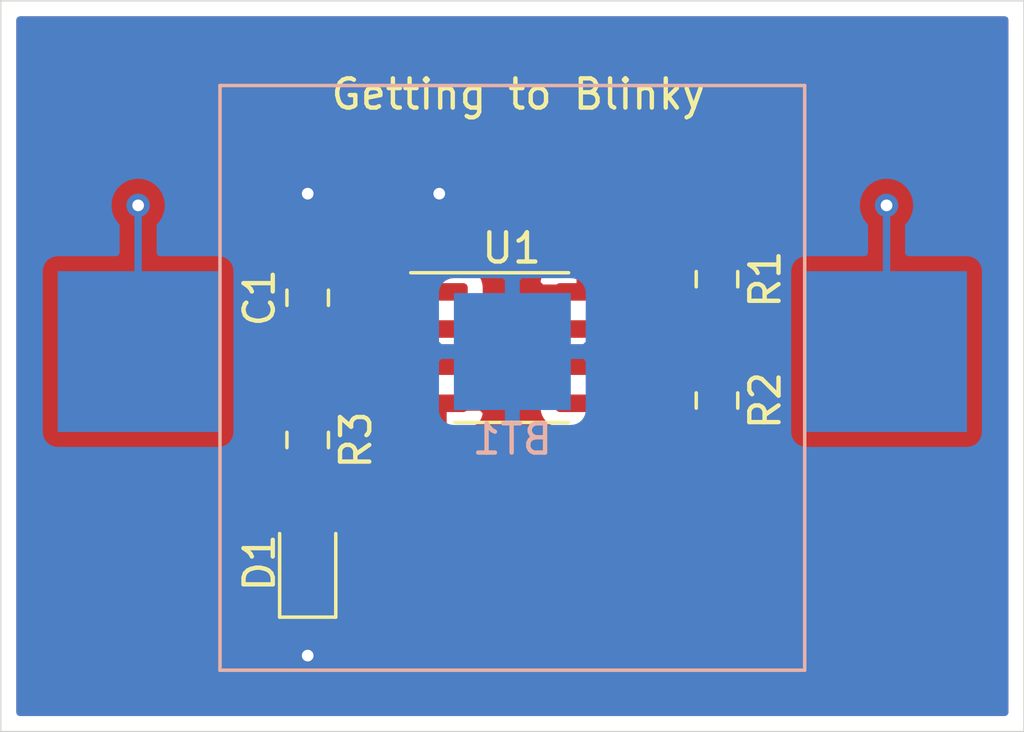
<source format=kicad_pcb>
(kicad_pcb (version 20171130) (host pcbnew "(5.1.6)-1")

  (general
    (thickness 1.6)
    (drawings 5)
    (tracks 29)
    (zones 0)
    (modules 7)
    (nets 8)
  )

  (page A4)
  (layers
    (0 F.Cu signal)
    (31 B.Cu signal)
    (32 B.Adhes user)
    (33 F.Adhes user)
    (34 B.Paste user)
    (35 F.Paste user)
    (36 B.SilkS user)
    (37 F.SilkS user)
    (38 B.Mask user)
    (39 F.Mask user)
    (40 Dwgs.User user)
    (41 Cmts.User user)
    (42 Eco1.User user)
    (43 Eco2.User user)
    (44 Edge.Cuts user)
    (45 Margin user)
    (46 B.CrtYd user)
    (47 F.CrtYd user)
    (48 B.Fab user)
    (49 F.Fab user)
  )

  (setup
    (last_trace_width 0.25)
    (trace_clearance 0.2)
    (zone_clearance 0.508)
    (zone_45_only no)
    (trace_min 0.2)
    (via_size 0.8)
    (via_drill 0.4)
    (via_min_size 0.4)
    (via_min_drill 0.3)
    (uvia_size 0.3)
    (uvia_drill 0.1)
    (uvias_allowed no)
    (uvia_min_size 0.2)
    (uvia_min_drill 0.1)
    (edge_width 0.05)
    (segment_width 0.2)
    (pcb_text_width 0.3)
    (pcb_text_size 1.5 1.5)
    (mod_edge_width 0.12)
    (mod_text_size 1 1)
    (mod_text_width 0.15)
    (pad_size 1.524 1.524)
    (pad_drill 0.762)
    (pad_to_mask_clearance 0.05)
    (aux_axis_origin 0 0)
    (visible_elements FFFFFF7F)
    (pcbplotparams
      (layerselection 0x010fc_ffffffff)
      (usegerberextensions false)
      (usegerberattributes true)
      (usegerberadvancedattributes true)
      (creategerberjobfile true)
      (excludeedgelayer true)
      (linewidth 0.100000)
      (plotframeref false)
      (viasonmask false)
      (mode 1)
      (useauxorigin false)
      (hpglpennumber 1)
      (hpglpenspeed 20)
      (hpglpendiameter 15.000000)
      (psnegative false)
      (psa4output false)
      (plotreference true)
      (plotvalue true)
      (plotinvisibletext false)
      (padsonsilk false)
      (subtractmaskfromsilk false)
      (outputformat 1)
      (mirror false)
      (drillshape 1)
      (scaleselection 1)
      (outputdirectory ""))
  )

  (net 0 "")
  (net 1 "Net-(D1-Pad2)")
  (net 2 "Net-(R3-Pad1)")
  (net 3 "Net-(U1-Pad5)")
  (net 4 /VDD)
  (net 5 /GND)
  (net 6 /THR)
  (net 7 /DIS)

  (net_class Default "This is the default net class."
    (clearance 0.2)
    (trace_width 0.25)
    (via_dia 0.8)
    (via_drill 0.4)
    (uvia_dia 0.3)
    (uvia_drill 0.1)
    (add_net /DIS)
    (add_net /GND)
    (add_net /THR)
    (add_net /VDD)
    (add_net "Net-(D1-Pad2)")
    (add_net "Net-(R3-Pad1)")
    (add_net "Net-(U1-Pad5)")
  )

  (module Package_SO:SOIC-8_3.9x4.9mm_P1.27mm (layer F.Cu) (tedit 5D9F72B1) (tstamp 5F02C78C)
    (at 137.475 106.865)
    (descr "SOIC, 8 Pin (JEDEC MS-012AA, https://www.analog.com/media/en/package-pcb-resources/package/pkg_pdf/soic_narrow-r/r_8.pdf), generated with kicad-footprint-generator ipc_gullwing_generator.py")
    (tags "SOIC SO")
    (path /5F0270B9)
    (attr smd)
    (fp_text reference U1 (at 0 -3.4) (layer F.SilkS)
      (effects (font (size 1 1) (thickness 0.15)))
    )
    (fp_text value ICM7555xB (at 0 3.4) (layer F.Fab)
      (effects (font (size 1 1) (thickness 0.15)))
    )
    (fp_text user %R (at 0 0) (layer F.Fab)
      (effects (font (size 0.98 0.98) (thickness 0.15)))
    )
    (fp_line (start 0 2.56) (end 1.95 2.56) (layer F.SilkS) (width 0.12))
    (fp_line (start 0 2.56) (end -1.95 2.56) (layer F.SilkS) (width 0.12))
    (fp_line (start 0 -2.56) (end 1.95 -2.56) (layer F.SilkS) (width 0.12))
    (fp_line (start 0 -2.56) (end -3.45 -2.56) (layer F.SilkS) (width 0.12))
    (fp_line (start -0.975 -2.45) (end 1.95 -2.45) (layer F.Fab) (width 0.1))
    (fp_line (start 1.95 -2.45) (end 1.95 2.45) (layer F.Fab) (width 0.1))
    (fp_line (start 1.95 2.45) (end -1.95 2.45) (layer F.Fab) (width 0.1))
    (fp_line (start -1.95 2.45) (end -1.95 -1.475) (layer F.Fab) (width 0.1))
    (fp_line (start -1.95 -1.475) (end -0.975 -2.45) (layer F.Fab) (width 0.1))
    (fp_line (start -3.7 -2.7) (end -3.7 2.7) (layer F.CrtYd) (width 0.05))
    (fp_line (start -3.7 2.7) (end 3.7 2.7) (layer F.CrtYd) (width 0.05))
    (fp_line (start 3.7 2.7) (end 3.7 -2.7) (layer F.CrtYd) (width 0.05))
    (fp_line (start 3.7 -2.7) (end -3.7 -2.7) (layer F.CrtYd) (width 0.05))
    (pad 8 smd roundrect (at 2.475 -1.905) (size 1.95 0.6) (layers F.Cu F.Paste F.Mask) (roundrect_rratio 0.25)
      (net 4 /VDD))
    (pad 7 smd roundrect (at 2.475 -0.635) (size 1.95 0.6) (layers F.Cu F.Paste F.Mask) (roundrect_rratio 0.25)
      (net 7 /DIS))
    (pad 6 smd roundrect (at 2.475 0.635) (size 1.95 0.6) (layers F.Cu F.Paste F.Mask) (roundrect_rratio 0.25)
      (net 6 /THR))
    (pad 5 smd roundrect (at 2.475 1.905) (size 1.95 0.6) (layers F.Cu F.Paste F.Mask) (roundrect_rratio 0.25)
      (net 3 "Net-(U1-Pad5)"))
    (pad 4 smd roundrect (at -2.475 1.905) (size 1.95 0.6) (layers F.Cu F.Paste F.Mask) (roundrect_rratio 0.25)
      (net 4 /VDD))
    (pad 3 smd roundrect (at -2.475 0.635) (size 1.95 0.6) (layers F.Cu F.Paste F.Mask) (roundrect_rratio 0.25)
      (net 2 "Net-(R3-Pad1)"))
    (pad 2 smd roundrect (at -2.475 -0.635) (size 1.95 0.6) (layers F.Cu F.Paste F.Mask) (roundrect_rratio 0.25)
      (net 6 /THR))
    (pad 1 smd roundrect (at -2.475 -1.905) (size 1.95 0.6) (layers F.Cu F.Paste F.Mask) (roundrect_rratio 0.25)
      (net 5 /GND))
    (model ${KISYS3DMOD}/Package_SO.3dshapes/SOIC-8_3.9x4.9mm_P1.27mm.wrl
      (at (xyz 0 0 0))
      (scale (xyz 1 1 1))
      (rotate (xyz 0 0 0))
    )
  )

  (module Resistor_SMD:R_0805_2012Metric_Pad1.15x1.40mm_HandSolder (layer F.Cu) (tedit 5B36C52B) (tstamp 5F02C772)
    (at 130.5 110.025 270)
    (descr "Resistor SMD 0805 (2012 Metric), square (rectangular) end terminal, IPC_7351 nominal with elongated pad for handsoldering. (Body size source: https://docs.google.com/spreadsheets/d/1BsfQQcO9C6DZCsRaXUlFlo91Tg2WpOkGARC1WS5S8t0/edit?usp=sharing), generated with kicad-footprint-generator")
    (tags "resistor handsolder")
    (path /5F031486)
    (attr smd)
    (fp_text reference R3 (at 0 -1.65 90) (layer F.SilkS)
      (effects (font (size 1 1) (thickness 0.15)))
    )
    (fp_text value 1K (at 0 1.65 90) (layer F.Fab)
      (effects (font (size 1 1) (thickness 0.15)))
    )
    (fp_text user %R (at 0 0 90) (layer F.Fab)
      (effects (font (size 0.5 0.5) (thickness 0.08)))
    )
    (fp_line (start -1 0.6) (end -1 -0.6) (layer F.Fab) (width 0.1))
    (fp_line (start -1 -0.6) (end 1 -0.6) (layer F.Fab) (width 0.1))
    (fp_line (start 1 -0.6) (end 1 0.6) (layer F.Fab) (width 0.1))
    (fp_line (start 1 0.6) (end -1 0.6) (layer F.Fab) (width 0.1))
    (fp_line (start -0.261252 -0.71) (end 0.261252 -0.71) (layer F.SilkS) (width 0.12))
    (fp_line (start -0.261252 0.71) (end 0.261252 0.71) (layer F.SilkS) (width 0.12))
    (fp_line (start -1.85 0.95) (end -1.85 -0.95) (layer F.CrtYd) (width 0.05))
    (fp_line (start -1.85 -0.95) (end 1.85 -0.95) (layer F.CrtYd) (width 0.05))
    (fp_line (start 1.85 -0.95) (end 1.85 0.95) (layer F.CrtYd) (width 0.05))
    (fp_line (start 1.85 0.95) (end -1.85 0.95) (layer F.CrtYd) (width 0.05))
    (pad 2 smd roundrect (at 1.025 0 270) (size 1.15 1.4) (layers F.Cu F.Paste F.Mask) (roundrect_rratio 0.217391)
      (net 1 "Net-(D1-Pad2)"))
    (pad 1 smd roundrect (at -1.025 0 270) (size 1.15 1.4) (layers F.Cu F.Paste F.Mask) (roundrect_rratio 0.217391)
      (net 2 "Net-(R3-Pad1)"))
    (model ${KISYS3DMOD}/Resistor_SMD.3dshapes/R_0805_2012Metric.wrl
      (at (xyz 0 0 0))
      (scale (xyz 1 1 1))
      (rotate (xyz 0 0 0))
    )
  )

  (module Resistor_SMD:R_0805_2012Metric_Pad1.15x1.40mm_HandSolder (layer F.Cu) (tedit 5B36C52B) (tstamp 5F02C761)
    (at 144.5 108.675 270)
    (descr "Resistor SMD 0805 (2012 Metric), square (rectangular) end terminal, IPC_7351 nominal with elongated pad for handsoldering. (Body size source: https://docs.google.com/spreadsheets/d/1BsfQQcO9C6DZCsRaXUlFlo91Tg2WpOkGARC1WS5S8t0/edit?usp=sharing), generated with kicad-footprint-generator")
    (tags "resistor handsolder")
    (path /5F031116)
    (attr smd)
    (fp_text reference R2 (at 0 -1.65 90) (layer F.SilkS)
      (effects (font (size 1 1) (thickness 0.15)))
    )
    (fp_text value 470K (at 0 1.65 90) (layer F.Fab)
      (effects (font (size 1 1) (thickness 0.15)))
    )
    (fp_text user %R (at 0 0 90) (layer F.Fab)
      (effects (font (size 0.5 0.5) (thickness 0.08)))
    )
    (fp_line (start -1 0.6) (end -1 -0.6) (layer F.Fab) (width 0.1))
    (fp_line (start -1 -0.6) (end 1 -0.6) (layer F.Fab) (width 0.1))
    (fp_line (start 1 -0.6) (end 1 0.6) (layer F.Fab) (width 0.1))
    (fp_line (start 1 0.6) (end -1 0.6) (layer F.Fab) (width 0.1))
    (fp_line (start -0.261252 -0.71) (end 0.261252 -0.71) (layer F.SilkS) (width 0.12))
    (fp_line (start -0.261252 0.71) (end 0.261252 0.71) (layer F.SilkS) (width 0.12))
    (fp_line (start -1.85 0.95) (end -1.85 -0.95) (layer F.CrtYd) (width 0.05))
    (fp_line (start -1.85 -0.95) (end 1.85 -0.95) (layer F.CrtYd) (width 0.05))
    (fp_line (start 1.85 -0.95) (end 1.85 0.95) (layer F.CrtYd) (width 0.05))
    (fp_line (start 1.85 0.95) (end -1.85 0.95) (layer F.CrtYd) (width 0.05))
    (pad 2 smd roundrect (at 1.025 0 270) (size 1.15 1.4) (layers F.Cu F.Paste F.Mask) (roundrect_rratio 0.217391)
      (net 6 /THR))
    (pad 1 smd roundrect (at -1.025 0 270) (size 1.15 1.4) (layers F.Cu F.Paste F.Mask) (roundrect_rratio 0.217391)
      (net 7 /DIS))
    (model ${KISYS3DMOD}/Resistor_SMD.3dshapes/R_0805_2012Metric.wrl
      (at (xyz 0 0 0))
      (scale (xyz 1 1 1))
      (rotate (xyz 0 0 0))
    )
  )

  (module Resistor_SMD:R_0805_2012Metric_Pad1.15x1.40mm_HandSolder (layer F.Cu) (tedit 5B36C52B) (tstamp 5F02C750)
    (at 144.5 104.525 270)
    (descr "Resistor SMD 0805 (2012 Metric), square (rectangular) end terminal, IPC_7351 nominal with elongated pad for handsoldering. (Body size source: https://docs.google.com/spreadsheets/d/1BsfQQcO9C6DZCsRaXUlFlo91Tg2WpOkGARC1WS5S8t0/edit?usp=sharing), generated with kicad-footprint-generator")
    (tags "resistor handsolder")
    (path /5F0303EF)
    (attr smd)
    (fp_text reference R1 (at 0 -1.65 90) (layer F.SilkS)
      (effects (font (size 1 1) (thickness 0.15)))
    )
    (fp_text value 1K (at 0 1.65 90) (layer F.Fab)
      (effects (font (size 1 1) (thickness 0.15)))
    )
    (fp_text user %R (at 0 0 90) (layer F.Fab)
      (effects (font (size 0.5 0.5) (thickness 0.08)))
    )
    (fp_line (start -1 0.6) (end -1 -0.6) (layer F.Fab) (width 0.1))
    (fp_line (start -1 -0.6) (end 1 -0.6) (layer F.Fab) (width 0.1))
    (fp_line (start 1 -0.6) (end 1 0.6) (layer F.Fab) (width 0.1))
    (fp_line (start 1 0.6) (end -1 0.6) (layer F.Fab) (width 0.1))
    (fp_line (start -0.261252 -0.71) (end 0.261252 -0.71) (layer F.SilkS) (width 0.12))
    (fp_line (start -0.261252 0.71) (end 0.261252 0.71) (layer F.SilkS) (width 0.12))
    (fp_line (start -1.85 0.95) (end -1.85 -0.95) (layer F.CrtYd) (width 0.05))
    (fp_line (start -1.85 -0.95) (end 1.85 -0.95) (layer F.CrtYd) (width 0.05))
    (fp_line (start 1.85 -0.95) (end 1.85 0.95) (layer F.CrtYd) (width 0.05))
    (fp_line (start 1.85 0.95) (end -1.85 0.95) (layer F.CrtYd) (width 0.05))
    (pad 2 smd roundrect (at 1.025 0 270) (size 1.15 1.4) (layers F.Cu F.Paste F.Mask) (roundrect_rratio 0.217391)
      (net 7 /DIS))
    (pad 1 smd roundrect (at -1.025 0 270) (size 1.15 1.4) (layers F.Cu F.Paste F.Mask) (roundrect_rratio 0.217391)
      (net 4 /VDD))
    (model ${KISYS3DMOD}/Resistor_SMD.3dshapes/R_0805_2012Metric.wrl
      (at (xyz 0 0 0))
      (scale (xyz 1 1 1))
      (rotate (xyz 0 0 0))
    )
  )

  (module LED_SMD:LED_0805_2012Metric_Pad1.15x1.40mm_HandSolder (layer F.Cu) (tedit 5B4B45C9) (tstamp 5F02C73F)
    (at 130.5 114.225 90)
    (descr "LED SMD 0805 (2012 Metric), square (rectangular) end terminal, IPC_7351 nominal, (Body size source: https://docs.google.com/spreadsheets/d/1BsfQQcO9C6DZCsRaXUlFlo91Tg2WpOkGARC1WS5S8t0/edit?usp=sharing), generated with kicad-footprint-generator")
    (tags "LED handsolder")
    (path /5F03381D)
    (attr smd)
    (fp_text reference D1 (at 0 -1.65 90) (layer F.SilkS)
      (effects (font (size 1 1) (thickness 0.15)))
    )
    (fp_text value LED (at 0 1.65 90) (layer F.Fab)
      (effects (font (size 1 1) (thickness 0.15)))
    )
    (fp_text user %R (at 0 0 90) (layer F.Fab)
      (effects (font (size 0.5 0.5) (thickness 0.08)))
    )
    (fp_line (start 1 -0.6) (end -0.7 -0.6) (layer F.Fab) (width 0.1))
    (fp_line (start -0.7 -0.6) (end -1 -0.3) (layer F.Fab) (width 0.1))
    (fp_line (start -1 -0.3) (end -1 0.6) (layer F.Fab) (width 0.1))
    (fp_line (start -1 0.6) (end 1 0.6) (layer F.Fab) (width 0.1))
    (fp_line (start 1 0.6) (end 1 -0.6) (layer F.Fab) (width 0.1))
    (fp_line (start 1 -0.96) (end -1.86 -0.96) (layer F.SilkS) (width 0.12))
    (fp_line (start -1.86 -0.96) (end -1.86 0.96) (layer F.SilkS) (width 0.12))
    (fp_line (start -1.86 0.96) (end 1 0.96) (layer F.SilkS) (width 0.12))
    (fp_line (start -1.85 0.95) (end -1.85 -0.95) (layer F.CrtYd) (width 0.05))
    (fp_line (start -1.85 -0.95) (end 1.85 -0.95) (layer F.CrtYd) (width 0.05))
    (fp_line (start 1.85 -0.95) (end 1.85 0.95) (layer F.CrtYd) (width 0.05))
    (fp_line (start 1.85 0.95) (end -1.85 0.95) (layer F.CrtYd) (width 0.05))
    (pad 2 smd roundrect (at 1.025 0 90) (size 1.15 1.4) (layers F.Cu F.Paste F.Mask) (roundrect_rratio 0.217391)
      (net 1 "Net-(D1-Pad2)"))
    (pad 1 smd roundrect (at -1.025 0 90) (size 1.15 1.4) (layers F.Cu F.Paste F.Mask) (roundrect_rratio 0.217391)
      (net 5 /GND))
    (model ${KISYS3DMOD}/LED_SMD.3dshapes/LED_0805_2012Metric.wrl
      (at (xyz 0 0 0))
      (scale (xyz 1 1 1))
      (rotate (xyz 0 0 0))
    )
  )

  (module Capacitor_SMD:C_0805_2012Metric_Pad1.15x1.40mm_HandSolder (layer F.Cu) (tedit 5B36C52B) (tstamp 5F02C72C)
    (at 130.5 105.16 90)
    (descr "Capacitor SMD 0805 (2012 Metric), square (rectangular) end terminal, IPC_7351 nominal with elongated pad for handsoldering. (Body size source: https://docs.google.com/spreadsheets/d/1BsfQQcO9C6DZCsRaXUlFlo91Tg2WpOkGARC1WS5S8t0/edit?usp=sharing), generated with kicad-footprint-generator")
    (tags "capacitor handsolder")
    (path /5F031D64)
    (attr smd)
    (fp_text reference C1 (at 0 -1.65 90) (layer F.SilkS)
      (effects (font (size 1 1) (thickness 0.15)))
    )
    (fp_text value 1U (at 0 1.65 90) (layer F.Fab)
      (effects (font (size 1 1) (thickness 0.15)))
    )
    (fp_text user %R (at 0 0 90) (layer F.Fab)
      (effects (font (size 0.5 0.5) (thickness 0.08)))
    )
    (fp_line (start -1 0.6) (end -1 -0.6) (layer F.Fab) (width 0.1))
    (fp_line (start -1 -0.6) (end 1 -0.6) (layer F.Fab) (width 0.1))
    (fp_line (start 1 -0.6) (end 1 0.6) (layer F.Fab) (width 0.1))
    (fp_line (start 1 0.6) (end -1 0.6) (layer F.Fab) (width 0.1))
    (fp_line (start -0.261252 -0.71) (end 0.261252 -0.71) (layer F.SilkS) (width 0.12))
    (fp_line (start -0.261252 0.71) (end 0.261252 0.71) (layer F.SilkS) (width 0.12))
    (fp_line (start -1.85 0.95) (end -1.85 -0.95) (layer F.CrtYd) (width 0.05))
    (fp_line (start -1.85 -0.95) (end 1.85 -0.95) (layer F.CrtYd) (width 0.05))
    (fp_line (start 1.85 -0.95) (end 1.85 0.95) (layer F.CrtYd) (width 0.05))
    (fp_line (start 1.85 0.95) (end -1.85 0.95) (layer F.CrtYd) (width 0.05))
    (pad 2 smd roundrect (at 1.025 0 90) (size 1.15 1.4) (layers F.Cu F.Paste F.Mask) (roundrect_rratio 0.217391)
      (net 5 /GND))
    (pad 1 smd roundrect (at -1.025 0 90) (size 1.15 1.4) (layers F.Cu F.Paste F.Mask) (roundrect_rratio 0.217391)
      (net 6 /THR))
    (model ${KISYS3DMOD}/Capacitor_SMD.3dshapes/C_0805_2012Metric.wrl
      (at (xyz 0 0 0))
      (scale (xyz 1 1 1))
      (rotate (xyz 0 0 0))
    )
  )

  (module electronics-getting-to-blinky:S8211-46R (layer B.Cu) (tedit 5F026FC8) (tstamp 5F02C71B)
    (at 137.5 107)
    (path /5F03267C)
    (fp_text reference BT1 (at 0 3) (layer B.SilkS)
      (effects (font (size 1 1) (thickness 0.15)) (justify mirror))
    )
    (fp_text value CR2032 (at 0 -3) (layer B.Fab)
      (effects (font (size 1 1) (thickness 0.15)) (justify mirror))
    )
    (fp_line (start -10 -9.1) (end 10 -9.1) (layer B.SilkS) (width 0.12))
    (fp_line (start -10 10.9) (end 10 10.9) (layer B.SilkS) (width 0.12))
    (fp_line (start 10 10.9) (end 10 -9.1) (layer B.SilkS) (width 0.12))
    (fp_line (start -10 10.9) (end -10 -9.1) (layer B.SilkS) (width 0.12))
    (pad 1 smd rect (at -12.8 0) (size 5.5 5.5) (layers B.Cu B.Paste B.Mask)
      (net 4 /VDD))
    (pad 2 smd rect (at 0 0) (size 4 4) (layers B.Cu B.Paste B.Mask)
      (net 5 /GND))
    (pad 1 smd rect (at 12.8 0) (size 5.5 5.5) (layers B.Cu B.Paste B.Mask)
      (net 4 /VDD))
  )

  (gr_text "Getting to Blinky" (at 137.7 98.2) (layer F.SilkS)
    (effects (font (size 1 1) (thickness 0.15)))
  )
  (gr_line (start 120 120) (end 120 95) (layer Edge.Cuts) (width 0.05) (tstamp 5F02CBDA))
  (gr_line (start 155 120) (end 120 120) (layer Edge.Cuts) (width 0.05))
  (gr_line (start 155 95) (end 155 120) (layer Edge.Cuts) (width 0.05))
  (gr_line (start 120 95) (end 155 95) (layer Edge.Cuts) (width 0.05))

  (segment (start 130.5 111.05) (end 130.5 114) (width 0.25) (layer F.Cu) (net 1))
  (segment (start 130.5 109) (end 131.5 109) (width 0.25) (layer F.Cu) (net 2))
  (segment (start 133 107.5) (end 135 107.5) (width 0.25) (layer F.Cu) (net 2))
  (segment (start 131.5 109) (end 133 107.5) (width 0.25) (layer F.Cu) (net 2))
  (segment (start 144.5 103.5) (end 143.2 103.5) (width 0.25) (layer F.Cu) (net 4))
  (segment (start 141.74 104.96) (end 139.95 104.96) (width 0.25) (layer F.Cu) (net 4))
  (segment (start 143.2 103.5) (end 141.74 104.96) (width 0.25) (layer F.Cu) (net 4))
  (via (at 150.3 102) (size 0.8) (drill 0.4) (layers F.Cu B.Cu) (net 4))
  (segment (start 150.3 107) (end 150.3 102) (width 0.25) (layer B.Cu) (net 4))
  (via (at 124.7 102) (size 0.8) (drill 0.4) (layers F.Cu B.Cu) (net 4))
  (segment (start 124.7 107) (end 124.7 102) (width 0.25) (layer B.Cu) (net 4))
  (via (at 130.5 101.6) (size 0.8) (drill 0.4) (layers F.Cu B.Cu) (net 5))
  (segment (start 130.5 104.135) (end 130.5 101.6) (width 0.25) (layer F.Cu) (net 5))
  (via (at 130.5 117.4) (size 0.8) (drill 0.4) (layers F.Cu B.Cu) (net 5))
  (segment (start 130.5 115.25) (end 130.5 117.4) (width 0.25) (layer F.Cu) (net 5))
  (via (at 135 101.6) (size 0.8) (drill 0.4) (layers F.Cu B.Cu) (net 5))
  (segment (start 135 104.96) (end 135 101.6) (width 0.25) (layer F.Cu) (net 5))
  (segment (start 134.955 106.185) (end 135 106.23) (width 0.25) (layer F.Cu) (net 6))
  (segment (start 130.5 106.185) (end 134.955 106.185) (width 0.25) (layer F.Cu) (net 6))
  (segment (start 141.3 107.5) (end 139.95 107.5) (width 0.25) (layer F.Cu) (net 6))
  (segment (start 144.5 109.7) (end 143.7 109.7) (width 0.25) (layer F.Cu) (net 6))
  (segment (start 143.7 109.7) (end 141.3 107.5) (width 0.25) (layer F.Cu) (net 6))
  (segment (start 139.95 107.5) (end 138.2 107.5) (width 0.25) (layer F.Cu) (net 6))
  (segment (start 136.93 106.23) (end 135 106.23) (width 0.25) (layer F.Cu) (net 6))
  (segment (start 138.2 107.5) (end 136.93 106.23) (width 0.25) (layer F.Cu) (net 6))
  (segment (start 144.5 105.55) (end 144.5 108.5) (width 0.25) (layer F.Cu) (net 7))
  (segment (start 144.5 105.55) (end 142.85 105.55) (width 0.25) (layer F.Cu) (net 7))
  (segment (start 142.17 106.23) (end 139.95 106.23) (width 0.25) (layer F.Cu) (net 7))
  (segment (start 142.85 105.55) (end 142.17 106.23) (width 0.25) (layer F.Cu) (net 7))

  (zone (net 5) (net_name /GND) (layer B.Cu) (tstamp 0) (hatch edge 0.508)
    (connect_pads (clearance 0.508))
    (min_thickness 0.254)
    (fill yes (arc_segments 32) (thermal_gap 0.508) (thermal_bridge_width 0.508))
    (polygon
      (pts
        (xy 155 120) (xy 120 120) (xy 120 95) (xy 155 95)
      )
    )
    (filled_polygon
      (pts
        (xy 154.340001 119.34) (xy 120.66 119.34) (xy 120.66 104.25) (xy 121.311928 104.25) (xy 121.311928 109.75)
        (xy 121.324188 109.874482) (xy 121.360498 109.99418) (xy 121.419463 110.104494) (xy 121.498815 110.201185) (xy 121.595506 110.280537)
        (xy 121.70582 110.339502) (xy 121.825518 110.375812) (xy 121.95 110.388072) (xy 127.45 110.388072) (xy 127.574482 110.375812)
        (xy 127.69418 110.339502) (xy 127.804494 110.280537) (xy 127.901185 110.201185) (xy 127.980537 110.104494) (xy 128.039502 109.99418)
        (xy 128.075812 109.874482) (xy 128.088072 109.75) (xy 128.088072 109) (xy 134.861928 109) (xy 134.874188 109.124482)
        (xy 134.910498 109.24418) (xy 134.969463 109.354494) (xy 135.048815 109.451185) (xy 135.145506 109.530537) (xy 135.25582 109.589502)
        (xy 135.375518 109.625812) (xy 135.5 109.638072) (xy 137.21425 109.635) (xy 137.373 109.47625) (xy 137.373 107.127)
        (xy 137.627 107.127) (xy 137.627 109.47625) (xy 137.78575 109.635) (xy 139.5 109.638072) (xy 139.624482 109.625812)
        (xy 139.74418 109.589502) (xy 139.854494 109.530537) (xy 139.951185 109.451185) (xy 140.030537 109.354494) (xy 140.089502 109.24418)
        (xy 140.125812 109.124482) (xy 140.138072 109) (xy 140.135 107.28575) (xy 139.97625 107.127) (xy 137.627 107.127)
        (xy 137.373 107.127) (xy 135.02375 107.127) (xy 134.865 107.28575) (xy 134.861928 109) (xy 128.088072 109)
        (xy 128.088072 105) (xy 134.861928 105) (xy 134.865 106.71425) (xy 135.02375 106.873) (xy 137.373 106.873)
        (xy 137.373 104.52375) (xy 137.627 104.52375) (xy 137.627 106.873) (xy 139.97625 106.873) (xy 140.135 106.71425)
        (xy 140.138072 105) (xy 140.125812 104.875518) (xy 140.089502 104.75582) (xy 140.030537 104.645506) (xy 139.951185 104.548815)
        (xy 139.854494 104.469463) (xy 139.74418 104.410498) (xy 139.624482 104.374188) (xy 139.5 104.361928) (xy 137.78575 104.365)
        (xy 137.627 104.52375) (xy 137.373 104.52375) (xy 137.21425 104.365) (xy 135.5 104.361928) (xy 135.375518 104.374188)
        (xy 135.25582 104.410498) (xy 135.145506 104.469463) (xy 135.048815 104.548815) (xy 134.969463 104.645506) (xy 134.910498 104.75582)
        (xy 134.874188 104.875518) (xy 134.861928 105) (xy 128.088072 105) (xy 128.088072 104.25) (xy 146.911928 104.25)
        (xy 146.911928 109.75) (xy 146.924188 109.874482) (xy 146.960498 109.99418) (xy 147.019463 110.104494) (xy 147.098815 110.201185)
        (xy 147.195506 110.280537) (xy 147.30582 110.339502) (xy 147.425518 110.375812) (xy 147.55 110.388072) (xy 153.05 110.388072)
        (xy 153.174482 110.375812) (xy 153.29418 110.339502) (xy 153.404494 110.280537) (xy 153.501185 110.201185) (xy 153.580537 110.104494)
        (xy 153.639502 109.99418) (xy 153.675812 109.874482) (xy 153.688072 109.75) (xy 153.688072 104.25) (xy 153.675812 104.125518)
        (xy 153.639502 104.00582) (xy 153.580537 103.895506) (xy 153.501185 103.798815) (xy 153.404494 103.719463) (xy 153.29418 103.660498)
        (xy 153.174482 103.624188) (xy 153.05 103.611928) (xy 151.06 103.611928) (xy 151.06 102.703711) (xy 151.103937 102.659774)
        (xy 151.217205 102.490256) (xy 151.295226 102.301898) (xy 151.335 102.101939) (xy 151.335 101.898061) (xy 151.295226 101.698102)
        (xy 151.217205 101.509744) (xy 151.103937 101.340226) (xy 150.959774 101.196063) (xy 150.790256 101.082795) (xy 150.601898 101.004774)
        (xy 150.401939 100.965) (xy 150.198061 100.965) (xy 149.998102 101.004774) (xy 149.809744 101.082795) (xy 149.640226 101.196063)
        (xy 149.496063 101.340226) (xy 149.382795 101.509744) (xy 149.304774 101.698102) (xy 149.265 101.898061) (xy 149.265 102.101939)
        (xy 149.304774 102.301898) (xy 149.382795 102.490256) (xy 149.496063 102.659774) (xy 149.540001 102.703712) (xy 149.540001 103.611928)
        (xy 147.55 103.611928) (xy 147.425518 103.624188) (xy 147.30582 103.660498) (xy 147.195506 103.719463) (xy 147.098815 103.798815)
        (xy 147.019463 103.895506) (xy 146.960498 104.00582) (xy 146.924188 104.125518) (xy 146.911928 104.25) (xy 128.088072 104.25)
        (xy 128.075812 104.125518) (xy 128.039502 104.00582) (xy 127.980537 103.895506) (xy 127.901185 103.798815) (xy 127.804494 103.719463)
        (xy 127.69418 103.660498) (xy 127.574482 103.624188) (xy 127.45 103.611928) (xy 125.46 103.611928) (xy 125.46 102.703711)
        (xy 125.503937 102.659774) (xy 125.617205 102.490256) (xy 125.695226 102.301898) (xy 125.735 102.101939) (xy 125.735 101.898061)
        (xy 125.695226 101.698102) (xy 125.617205 101.509744) (xy 125.503937 101.340226) (xy 125.359774 101.196063) (xy 125.190256 101.082795)
        (xy 125.001898 101.004774) (xy 124.801939 100.965) (xy 124.598061 100.965) (xy 124.398102 101.004774) (xy 124.209744 101.082795)
        (xy 124.040226 101.196063) (xy 123.896063 101.340226) (xy 123.782795 101.509744) (xy 123.704774 101.698102) (xy 123.665 101.898061)
        (xy 123.665 102.101939) (xy 123.704774 102.301898) (xy 123.782795 102.490256) (xy 123.896063 102.659774) (xy 123.940001 102.703712)
        (xy 123.940001 103.611928) (xy 121.95 103.611928) (xy 121.825518 103.624188) (xy 121.70582 103.660498) (xy 121.595506 103.719463)
        (xy 121.498815 103.798815) (xy 121.419463 103.895506) (xy 121.360498 104.00582) (xy 121.324188 104.125518) (xy 121.311928 104.25)
        (xy 120.66 104.25) (xy 120.66 95.66) (xy 154.34 95.66)
      )
    )
  )
  (zone (net 4) (net_name /VDD) (layer F.Cu) (tstamp 0) (hatch edge 0.508)
    (connect_pads (clearance 0.508))
    (min_thickness 0.254)
    (fill yes (arc_segments 32) (thermal_gap 0.508) (thermal_bridge_width 0.508))
    (polygon
      (pts
        (xy 155 120) (xy 120 120) (xy 120 95) (xy 155 95)
      )
    )
    (filled_polygon
      (pts
        (xy 154.340001 119.34) (xy 120.66 119.34) (xy 120.66 103.809999) (xy 129.161928 103.809999) (xy 129.161928 104.460001)
        (xy 129.178992 104.633255) (xy 129.229528 104.799851) (xy 129.311595 104.953387) (xy 129.422038 105.087962) (xy 129.509816 105.16)
        (xy 129.422038 105.232038) (xy 129.311595 105.366613) (xy 129.229528 105.520149) (xy 129.178992 105.686745) (xy 129.161928 105.859999)
        (xy 129.161928 106.510001) (xy 129.178992 106.683255) (xy 129.229528 106.849851) (xy 129.311595 107.003387) (xy 129.422038 107.137962)
        (xy 129.556613 107.248405) (xy 129.710149 107.330472) (xy 129.876745 107.381008) (xy 130.049999 107.398072) (xy 130.950001 107.398072)
        (xy 131.123255 107.381008) (xy 131.289851 107.330472) (xy 131.443387 107.248405) (xy 131.577962 107.137962) (xy 131.688405 107.003387)
        (xy 131.719614 106.945) (xy 132.478275 106.945) (xy 132.459999 106.959999) (xy 132.436201 106.988997) (xy 131.468222 107.956977)
        (xy 131.443387 107.936595) (xy 131.289851 107.854528) (xy 131.123255 107.803992) (xy 130.950001 107.786928) (xy 130.049999 107.786928)
        (xy 129.876745 107.803992) (xy 129.710149 107.854528) (xy 129.556613 107.936595) (xy 129.422038 108.047038) (xy 129.311595 108.181613)
        (xy 129.229528 108.335149) (xy 129.178992 108.501745) (xy 129.161928 108.674999) (xy 129.161928 109.325001) (xy 129.178992 109.498255)
        (xy 129.229528 109.664851) (xy 129.311595 109.818387) (xy 129.422038 109.952962) (xy 129.509816 110.025) (xy 129.422038 110.097038)
        (xy 129.311595 110.231613) (xy 129.229528 110.385149) (xy 129.178992 110.551745) (xy 129.161928 110.724999) (xy 129.161928 111.375001)
        (xy 129.178992 111.548255) (xy 129.229528 111.714851) (xy 129.311595 111.868387) (xy 129.422038 112.002962) (xy 129.556613 112.113405)
        (xy 129.578306 112.125) (xy 129.556613 112.136595) (xy 129.422038 112.247038) (xy 129.311595 112.381613) (xy 129.229528 112.535149)
        (xy 129.178992 112.701745) (xy 129.161928 112.874999) (xy 129.161928 113.525001) (xy 129.178992 113.698255) (xy 129.229528 113.864851)
        (xy 129.311595 114.018387) (xy 129.422038 114.152962) (xy 129.509816 114.225) (xy 129.422038 114.297038) (xy 129.311595 114.431613)
        (xy 129.229528 114.585149) (xy 129.178992 114.751745) (xy 129.161928 114.924999) (xy 129.161928 115.575001) (xy 129.178992 115.748255)
        (xy 129.229528 115.914851) (xy 129.311595 116.068387) (xy 129.422038 116.202962) (xy 129.556613 116.313405) (xy 129.710149 116.395472)
        (xy 129.740001 116.404527) (xy 129.740001 116.696288) (xy 129.696063 116.740226) (xy 129.582795 116.909744) (xy 129.504774 117.098102)
        (xy 129.465 117.298061) (xy 129.465 117.501939) (xy 129.504774 117.701898) (xy 129.582795 117.890256) (xy 129.696063 118.059774)
        (xy 129.840226 118.203937) (xy 130.009744 118.317205) (xy 130.198102 118.395226) (xy 130.398061 118.435) (xy 130.601939 118.435)
        (xy 130.801898 118.395226) (xy 130.990256 118.317205) (xy 131.159774 118.203937) (xy 131.303937 118.059774) (xy 131.417205 117.890256)
        (xy 131.495226 117.701898) (xy 131.535 117.501939) (xy 131.535 117.298061) (xy 131.495226 117.098102) (xy 131.417205 116.909744)
        (xy 131.303937 116.740226) (xy 131.26 116.696289) (xy 131.26 116.404527) (xy 131.289851 116.395472) (xy 131.443387 116.313405)
        (xy 131.577962 116.202962) (xy 131.688405 116.068387) (xy 131.770472 115.914851) (xy 131.821008 115.748255) (xy 131.838072 115.575001)
        (xy 131.838072 114.924999) (xy 131.821008 114.751745) (xy 131.770472 114.585149) (xy 131.688405 114.431613) (xy 131.577962 114.297038)
        (xy 131.490184 114.225) (xy 131.577962 114.152962) (xy 131.688405 114.018387) (xy 131.770472 113.864851) (xy 131.821008 113.698255)
        (xy 131.838072 113.525001) (xy 131.838072 112.874999) (xy 131.821008 112.701745) (xy 131.770472 112.535149) (xy 131.688405 112.381613)
        (xy 131.577962 112.247038) (xy 131.443387 112.136595) (xy 131.421694 112.125) (xy 131.443387 112.113405) (xy 131.577962 112.002962)
        (xy 131.688405 111.868387) (xy 131.770472 111.714851) (xy 131.821008 111.548255) (xy 131.838072 111.375001) (xy 131.838072 110.724999)
        (xy 131.821008 110.551745) (xy 131.770472 110.385149) (xy 131.688405 110.231613) (xy 131.577962 110.097038) (xy 131.490184 110.025)
        (xy 131.577962 109.952962) (xy 131.688405 109.818387) (xy 131.740297 109.721305) (xy 131.792247 109.705546) (xy 131.924276 109.634974)
        (xy 132.040001 109.540001) (xy 132.063804 109.510997) (xy 132.504801 109.07) (xy 133.386928 109.07) (xy 133.399188 109.194482)
        (xy 133.435498 109.31418) (xy 133.494463 109.424494) (xy 133.573815 109.521185) (xy 133.670506 109.600537) (xy 133.78082 109.659502)
        (xy 133.900518 109.695812) (xy 134.025 109.708072) (xy 134.71425 109.705) (xy 134.873 109.54625) (xy 134.873 108.897)
        (xy 135.127 108.897) (xy 135.127 109.54625) (xy 135.28575 109.705) (xy 135.975 109.708072) (xy 136.099482 109.695812)
        (xy 136.21918 109.659502) (xy 136.329494 109.600537) (xy 136.426185 109.521185) (xy 136.505537 109.424494) (xy 136.564502 109.31418)
        (xy 136.600812 109.194482) (xy 136.613072 109.07) (xy 136.61 109.05575) (xy 136.45125 108.897) (xy 135.127 108.897)
        (xy 134.873 108.897) (xy 133.54875 108.897) (xy 133.39 109.05575) (xy 133.386928 109.07) (xy 132.504801 109.07)
        (xy 133.314802 108.26) (xy 133.42513 108.26) (xy 133.399188 108.345518) (xy 133.386928 108.47) (xy 133.39 108.48425)
        (xy 133.54875 108.643) (xy 134.873 108.643) (xy 134.873 108.623) (xy 135.127 108.623) (xy 135.127 108.643)
        (xy 136.45125 108.643) (xy 136.61 108.48425) (xy 136.613072 108.47) (xy 136.600812 108.345518) (xy 136.564502 108.22582)
        (xy 136.505537 108.115506) (xy 136.48127 108.085936) (xy 136.553084 107.951582) (xy 136.597929 107.803745) (xy 136.613072 107.65)
        (xy 136.613072 107.35) (xy 136.597929 107.196255) (xy 136.553084 107.048418) (xy 136.521859 106.99) (xy 136.615199 106.99)
        (xy 137.636201 108.011003) (xy 137.659999 108.040001) (xy 137.775724 108.134974) (xy 137.907753 108.205546) (xy 138.051014 108.249003)
        (xy 138.162667 108.26) (xy 138.162676 108.26) (xy 138.199999 108.263676) (xy 138.237322 108.26) (xy 138.428141 108.26)
        (xy 138.396916 108.318418) (xy 138.352071 108.466255) (xy 138.336928 108.62) (xy 138.336928 108.92) (xy 138.352071 109.073745)
        (xy 138.396916 109.221582) (xy 138.469742 109.357829) (xy 138.567749 109.477251) (xy 138.687171 109.575258) (xy 138.823418 109.648084)
        (xy 138.971255 109.692929) (xy 139.125 109.708072) (xy 140.775 109.708072) (xy 140.928745 109.692929) (xy 141.076582 109.648084)
        (xy 141.212829 109.575258) (xy 141.332251 109.477251) (xy 141.430258 109.357829) (xy 141.503084 109.221582) (xy 141.547929 109.073745)
        (xy 141.563072 108.92) (xy 141.563072 108.77214) (xy 143.146712 110.223811) (xy 143.159999 110.240001) (xy 143.20178 110.27429)
        (xy 143.202163 110.274641) (xy 143.229528 110.364851) (xy 143.311595 110.518387) (xy 143.422038 110.652962) (xy 143.556613 110.763405)
        (xy 143.710149 110.845472) (xy 143.876745 110.896008) (xy 144.049999 110.913072) (xy 144.950001 110.913072) (xy 145.123255 110.896008)
        (xy 145.289851 110.845472) (xy 145.443387 110.763405) (xy 145.577962 110.652962) (xy 145.688405 110.518387) (xy 145.770472 110.364851)
        (xy 145.821008 110.198255) (xy 145.838072 110.025001) (xy 145.838072 109.374999) (xy 145.821008 109.201745) (xy 145.770472 109.035149)
        (xy 145.688405 108.881613) (xy 145.577962 108.747038) (xy 145.490184 108.675) (xy 145.577962 108.602962) (xy 145.688405 108.468387)
        (xy 145.770472 108.314851) (xy 145.821008 108.148255) (xy 145.838072 107.975001) (xy 145.838072 107.324999) (xy 145.821008 107.151745)
        (xy 145.770472 106.985149) (xy 145.688405 106.831613) (xy 145.577962 106.697038) (xy 145.459721 106.6) (xy 145.577962 106.502962)
        (xy 145.688405 106.368387) (xy 145.770472 106.214851) (xy 145.821008 106.048255) (xy 145.838072 105.875001) (xy 145.838072 105.224999)
        (xy 145.821008 105.051745) (xy 145.770472 104.885149) (xy 145.688405 104.731613) (xy 145.577962 104.597038) (xy 145.571406 104.591658)
        (xy 145.651185 104.526185) (xy 145.730537 104.429494) (xy 145.789502 104.31918) (xy 145.825812 104.199482) (xy 145.838072 104.075)
        (xy 145.835 103.78575) (xy 145.67625 103.627) (xy 144.627 103.627) (xy 144.627 103.647) (xy 144.373 103.647)
        (xy 144.373 103.627) (xy 143.32375 103.627) (xy 143.165 103.78575) (xy 143.161928 104.075) (xy 143.174188 104.199482)
        (xy 143.210498 104.31918) (xy 143.269463 104.429494) (xy 143.348815 104.526185) (xy 143.428594 104.591658) (xy 143.422038 104.597038)
        (xy 143.311595 104.731613) (xy 143.280386 104.79) (xy 142.887322 104.79) (xy 142.849999 104.786324) (xy 142.812676 104.79)
        (xy 142.812667 104.79) (xy 142.701014 104.800997) (xy 142.557753 104.844454) (xy 142.425724 104.915026) (xy 142.309999 105.009999)
        (xy 142.286201 105.038998) (xy 141.855199 105.47) (xy 141.52487 105.47) (xy 141.550812 105.384482) (xy 141.563072 105.26)
        (xy 141.56 105.24575) (xy 141.40125 105.087) (xy 140.077 105.087) (xy 140.077 105.107) (xy 139.823 105.107)
        (xy 139.823 105.087) (xy 138.49875 105.087) (xy 138.34 105.24575) (xy 138.336928 105.26) (xy 138.349188 105.384482)
        (xy 138.385498 105.50418) (xy 138.444463 105.614494) (xy 138.46873 105.644064) (xy 138.396916 105.778418) (xy 138.352071 105.926255)
        (xy 138.336928 106.08) (xy 138.336928 106.38) (xy 138.352071 106.533745) (xy 138.371022 106.596221) (xy 137.493804 105.719003)
        (xy 137.470001 105.689999) (xy 137.354276 105.595026) (xy 137.222247 105.524454) (xy 137.078986 105.480997) (xy 136.967333 105.47)
        (xy 136.967322 105.47) (xy 136.93 105.466324) (xy 136.892678 105.47) (xy 136.521859 105.47) (xy 136.553084 105.411582)
        (xy 136.597929 105.263745) (xy 136.613072 105.11) (xy 136.613072 104.81) (xy 136.598298 104.66) (xy 138.336928 104.66)
        (xy 138.34 104.67425) (xy 138.49875 104.833) (xy 139.823 104.833) (xy 139.823 104.18375) (xy 140.077 104.18375)
        (xy 140.077 104.833) (xy 141.40125 104.833) (xy 141.56 104.67425) (xy 141.563072 104.66) (xy 141.550812 104.535518)
        (xy 141.514502 104.41582) (xy 141.455537 104.305506) (xy 141.376185 104.208815) (xy 141.279494 104.129463) (xy 141.16918 104.070498)
        (xy 141.049482 104.034188) (xy 140.925 104.021928) (xy 140.23575 104.025) (xy 140.077 104.18375) (xy 139.823 104.18375)
        (xy 139.66425 104.025) (xy 138.975 104.021928) (xy 138.850518 104.034188) (xy 138.73082 104.070498) (xy 138.620506 104.129463)
        (xy 138.523815 104.208815) (xy 138.444463 104.305506) (xy 138.385498 104.41582) (xy 138.349188 104.535518) (xy 138.336928 104.66)
        (xy 136.598298 104.66) (xy 136.597929 104.656255) (xy 136.553084 104.508418) (xy 136.480258 104.372171) (xy 136.382251 104.252749)
        (xy 136.262829 104.154742) (xy 136.126582 104.081916) (xy 135.978745 104.037071) (xy 135.825 104.021928) (xy 135.76 104.021928)
        (xy 135.76 102.925) (xy 143.161928 102.925) (xy 143.165 103.21425) (xy 143.32375 103.373) (xy 144.373 103.373)
        (xy 144.373 102.44875) (xy 144.627 102.44875) (xy 144.627 103.373) (xy 145.67625 103.373) (xy 145.835 103.21425)
        (xy 145.838072 102.925) (xy 145.825812 102.800518) (xy 145.789502 102.68082) (xy 145.730537 102.570506) (xy 145.651185 102.473815)
        (xy 145.554494 102.394463) (xy 145.44418 102.335498) (xy 145.324482 102.299188) (xy 145.2 102.286928) (xy 144.78575 102.29)
        (xy 144.627 102.44875) (xy 144.373 102.44875) (xy 144.21425 102.29) (xy 143.8 102.286928) (xy 143.675518 102.299188)
        (xy 143.55582 102.335498) (xy 143.445506 102.394463) (xy 143.348815 102.473815) (xy 143.269463 102.570506) (xy 143.210498 102.68082)
        (xy 143.174188 102.800518) (xy 143.161928 102.925) (xy 135.76 102.925) (xy 135.76 102.303711) (xy 135.803937 102.259774)
        (xy 135.917205 102.090256) (xy 135.995226 101.901898) (xy 136.035 101.701939) (xy 136.035 101.498061) (xy 135.995226 101.298102)
        (xy 135.917205 101.109744) (xy 135.803937 100.940226) (xy 135.659774 100.796063) (xy 135.490256 100.682795) (xy 135.301898 100.604774)
        (xy 135.101939 100.565) (xy 134.898061 100.565) (xy 134.698102 100.604774) (xy 134.509744 100.682795) (xy 134.340226 100.796063)
        (xy 134.196063 100.940226) (xy 134.082795 101.109744) (xy 134.004774 101.298102) (xy 133.965 101.498061) (xy 133.965 101.701939)
        (xy 134.004774 101.901898) (xy 134.082795 102.090256) (xy 134.196063 102.259774) (xy 134.240001 102.303712) (xy 134.24 104.021928)
        (xy 134.175 104.021928) (xy 134.021255 104.037071) (xy 133.873418 104.081916) (xy 133.737171 104.154742) (xy 133.617749 104.252749)
        (xy 133.519742 104.372171) (xy 133.446916 104.508418) (xy 133.402071 104.656255) (xy 133.386928 104.81) (xy 133.386928 105.11)
        (xy 133.402071 105.263745) (xy 133.446916 105.411582) (xy 133.454088 105.425) (xy 131.719614 105.425) (xy 131.688405 105.366613)
        (xy 131.577962 105.232038) (xy 131.490184 105.16) (xy 131.577962 105.087962) (xy 131.688405 104.953387) (xy 131.770472 104.799851)
        (xy 131.821008 104.633255) (xy 131.838072 104.460001) (xy 131.838072 103.809999) (xy 131.821008 103.636745) (xy 131.770472 103.470149)
        (xy 131.688405 103.316613) (xy 131.577962 103.182038) (xy 131.443387 103.071595) (xy 131.289851 102.989528) (xy 131.26 102.980473)
        (xy 131.26 102.303711) (xy 131.303937 102.259774) (xy 131.417205 102.090256) (xy 131.495226 101.901898) (xy 131.535 101.701939)
        (xy 131.535 101.498061) (xy 131.495226 101.298102) (xy 131.417205 101.109744) (xy 131.303937 100.940226) (xy 131.159774 100.796063)
        (xy 130.990256 100.682795) (xy 130.801898 100.604774) (xy 130.601939 100.565) (xy 130.398061 100.565) (xy 130.198102 100.604774)
        (xy 130.009744 100.682795) (xy 129.840226 100.796063) (xy 129.696063 100.940226) (xy 129.582795 101.109744) (xy 129.504774 101.298102)
        (xy 129.465 101.498061) (xy 129.465 101.701939) (xy 129.504774 101.901898) (xy 129.582795 102.090256) (xy 129.696063 102.259774)
        (xy 129.740001 102.303712) (xy 129.74 102.980473) (xy 129.710149 102.989528) (xy 129.556613 103.071595) (xy 129.422038 103.182038)
        (xy 129.311595 103.316613) (xy 129.229528 103.470149) (xy 129.178992 103.636745) (xy 129.161928 103.809999) (xy 120.66 103.809999)
        (xy 120.66 95.66) (xy 154.34 95.66)
      )
    )
  )
)

</source>
